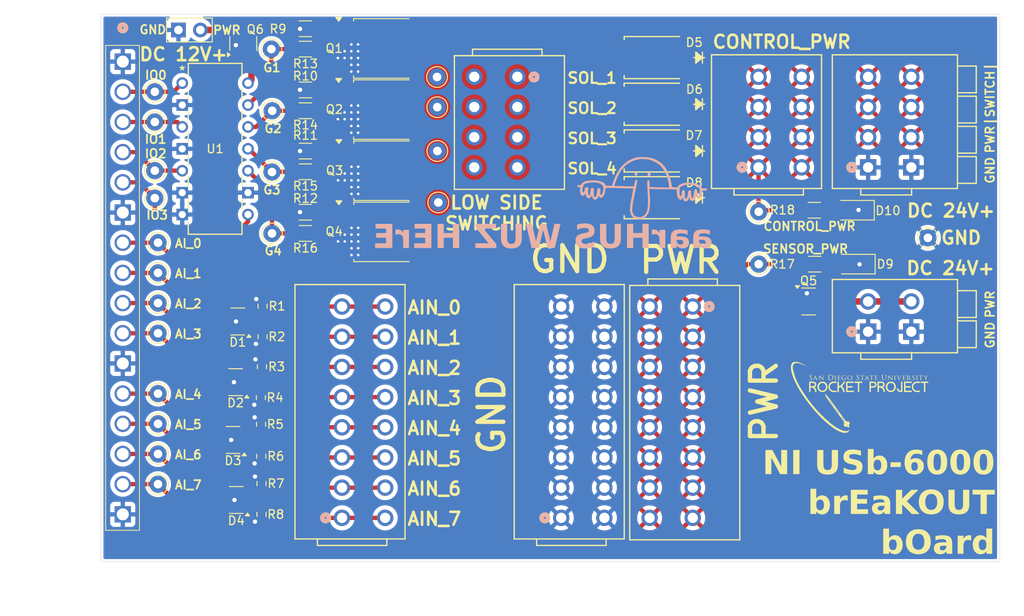
<source format=kicad_pcb>
(kicad_pcb (version 20241229) (generator "pcbnew") (generator_version "9.0")
  (layers (0 "F.Cu" signal) (2 "B.Cu" signal) (13 "F.Paste" user) (15 "B.Paste" user) (5 "F.SilkS" user "F.Silkscreen") (7 "B.SilkS" user "B.Silkscreen") (1 "F.Mask" user) (3 "B.Mask" user) (25 "Edge.Cuts" user))
  (net 0 "")
  (net 1 "AIN_0")
  (net 2 "AIN_1")
  (net 3 "GND")
  (net 4 "AIN_2")
  (net 5 "AIN_3")
  (net 6 "AIN_4")
  (net 7 "AIN_5")
  (net 8 "AIN_7")
  (net 9 "AIN_6")
  (net 10 "CONTROL_PWR")
  (net 11 "DRAIN_1")
  (net 12 "DRAIN_2")
  (net 13 "DRAIN_3")
  (net 14 "DRAIN_4")
  (net 15 "Net-(D9-A)")
  (net 16 "Net-(D10-A)")
  (net 17 "PFIO_2")
  (net 18 "PFIO_0")
  (net 19 "PFIO_1")
  (net 20 "PFIO_3")
  (net 21 "SENSOR_PWR")
  (net 22 "/SW")
  (net 23 "Net-(Q1-G)")
  (net 24 "Net-(Q2-G)")
  (net 25 "Net-(Q3-G)")
  (net 26 "Net-(Q4-G)")
  (net 27 "GATE_1")
  (net 28 "GATE_2")
  (net 29 "GATE_3")
  (net 30 "GATE_4")
  (net 31 "+12V")
  (net 32 "Net-(J5-2_1)")
  (net 33 "Net-(J9-Pin_2)")
  (footprint "TestPoint:TestPoint_THTPad_D2.0mm_Drill1.0mm" (layer "F.Cu") (at 64.355 32.699996)
    (property "Reference" "TP20" (hide yes))
    (property "Value" "TestPoint")
  )
  (footprint "WAGO_2601_3108:CONN8_2601-3108_WAG" (layer "F.Cu") (at 93.98 59.319995 -90)
    (property "Reference" "J3" (hide yes))
    (property "Value" "PWR_CONN")
  )
  (footprint "Package_TO_SOT_SMD:SOT-23-3" (layer "F.Cu") (at 107.4 58.73)
    (property "Reference" "Q5")
    (property "Value" "DMP3099L")
  )
  (footprint "Package_TO_SOT_SMD:SOT-23-3" (layer "F.Cu") (at 41.2625 61.05 180)
    (property "Reference" "D1")
    (property "Value" "SZMMBZ12VALT1G")
  )
  (footprint "TestPoint:TestPoint_THTPad_D2.0mm_Drill1.0mm" (layer "F.Cu") (at 45.255 36.615)
    (property "Reference" "TP17" (hide yes))
    (property "Value" "TestPoint")
  )
  (footprint "Resistor_SMD:R_0603_1608Metric" (layer "F.Cu") (at 43.9625 72.975 90)
    (property "Reference" "R5")
    (property "Value" "500")
  )
  (footprint "WAGO_2601_1104:CONN4_2601-1104_WAG" (layer "F.Cu") (at 114.3 43.18 90)
    (property "Reference" "J6" (hide yes))
    (property "Value" "CONTROL_PWR_IN")
  )
  (footprint "Resistor_SMD:R_0603_1608Metric" (layer "F.Cu") (at 44.0125 83.425 -90)
    (property "Reference" "R8")
    (property "Value" "500")
  )
  (footprint "TestPoint:TestPoint_THTPad_D2.0mm_Drill1.0mm" (layer "F.Cu") (at 32.025 69.4161)
    (property "Reference" "TP8" (hide yes))
    (property "Value" "TestPoint")
  )
  (footprint "TestPoint:TestPoint_THTPad_D2.0mm_Drill1.0mm" (layer "F.Cu") (at 64.38 36.199999)
    (property "Reference" "TP21" (hide yes))
    (property "Value" "TestPoint")
  )
  (footprint "Resistor_SMD:R_1206_3216Metric" (layer "F.Cu") (at 49.105 34.199167)
    (property "Reference" "R10")
    (property "Value" "10k")
  )
  (footprint "TestPoint:TestPoint_THTPad_D2.0mm_Drill1.0mm" (layer "F.Cu") (at 31.65 46.75)
    (property "Reference" "TP15" (hide yes))
    (property "Value" "TestPoint")
  )
  (footprint "TestPoint:TestPoint_THTPad_D2.0mm_Drill1.0mm" (layer "F.Cu") (at 101.625 48.325)
    (property "Reference" "TP3" (hide yes))
    (property "Value" "TestPoint")
  )
  (footprint "2601_3104:CONN4_2601-3104_WAG" (layer "F.Cu") (at 73.66 32.679996 -90)
    (property "Reference" "J8" (hide yes))
    (property "Value" "DIO_IN")
  )
  (footprint "WAGO_2601_3108:CONN8_2601-3108_WAG" (layer "F.Cu") (at 78.74 83.82 90)
    (property "Reference" "J4" (hide yes))
    (property "Value" "GND_CONN")
  )
  (footprint "Package_TO_SOT_SMD:SOT-23-3" (layer "F.Cu") (at 41.9 28.82 90)
    (property "Reference" "Q6")
    (property "Value" "DMP3099L")
  )
  (footprint "Package_TO_SOT_SMD:SOT-23-3" (layer "F.Cu") (at 41.0875 81.75 180)
    (property "Reference" "D4")
    (property "Value" "SZMMBZ12VALT1G")
  )
  (footprint "TestPoint:TestPoint_THTPad_D2.0mm_Drill1.0mm" (layer "F.Cu") (at 31.65 37.9161)
    (property "Reference" "TP13" (hide yes))
    (property "Value" "TestPoint")
  )
  (footprint "Package_TO_SOT_SMD:SOT-23-3" (layer "F.Cu") (at 40.7125 74.7875 180)
    (property "Reference" "D3")
    (property "Value" "SZMMBZ12VALT1G")
  )
  (footprint "Resistor_SMD:R_0603_1608Metric" (layer "F.Cu") (at 44.0625 66.3 90)
    (property "Reference" "R3")
    (property "Value" "500")
  )
  (footprint "TestPoint:TestPoint_THTPad_D2.0mm_Drill1.0mm" (layer "F.Cu") (at 32.025 62.416102)
    (property "Reference" "TP7" (hide yes))
    (property "Value" "TestPoint")
  )
  (footprint "TestPoint:TestPoint_THTPad_D2.0mm_Drill1.0mm" (layer "F.Cu") (at 45.23 50.84)
    (property "Reference" "TP19" (hide yes))
    (property "Value" "TestPoint")
  )
  (footprint "Resistor_SMD:R_0603_1608Metric" (layer "F.Cu") (at 44.0125 79.85 90)
    (property "Reference" "R7")
    (property "Value" "500")
  )
  (footprint "TestPoint:TestPoint_THTPad_D2.0mm_Drill1.0mm" (layer "F.Cu") (at 32.025 51.916102)
    (property "Reference" "TP4" (hide yes))
    (property "Value" "TestPoint")
  )
  (footprint "LOGO:RP_Logo" (layer "F.Cu") (at 113.31 69.85)
    (property "Reference" "G***" (hide yes))
    (property "Value" "LOGO" (hide yes))
  )
  (footprint "Package_TO_SOT_SMD:TO-252-2" (layer "F.Cu") (at 57.995 29.3875)
    (property "Reference" "Q1")
    (property "Value" "GSFD6016")
  )
  (footprint "Resistor_SMD:R_0603_1608Metric" (layer "F.Cu") (at 44.1375 62.825 -90)
    (property "Reference" "R2")
    (property "Value" "500")
  )
  (footprint "FSV15100V:TO-277-3LD_ONS" (layer "F.Cu") (at 89.2316 30.45 -90)
    (property "Reference" "D5")
    (property "Value" "FSV15100V")
  )
  (footprint "FSV15100V:TO-277-3LD_ONS" (layer "F.Cu") (at 89.2267 35.86 -90)
    (property "Reference" "D6")
    (property "Value" "FSV15100V")
  )
  (footprint "MIC4469YN:PDIP-14_MCL" (layer "F.Cu") (at 34.83 33.41)
    (property "Reference" "U1")
    (property "Value" "MIC4469YN")
  )
  (footprint "TestPoint:TestPoint_THTPad_D2.0mm_Drill1.0mm" (layer "F.Cu") (at 31.65 34.416102)
    (property "Reference" "TP12" (hide yes))
    (property "Value" "TestPoint")
  )
  (footprint "WAGO_2601_3108:CONN8_2601-3108_WAG" (layer "F.Cu") (at 53.34 83.82 90)
    (property "Reference" "J2" (hide yes))
    (property "Value" "AIN_CONN")
  )
  (footprint "TestPoint:TestPoint_THTPad_D2.0mm_Drill1.0mm" (layer "F.Cu") (at 45.23 43.715)
    (property "Reference" "TP18" (hide yes))
    (property "Value" "TestPoint")
  )
  (footprint "Connector_PinHeader_2.54mm:PinHeader_1x02_P2.54mm_Vertical" (layer "F.Cu") (at 34.39 27.25 90)
    (property "Reference" "J9" (hide yes))
    (property "Value" "12V+_IN")
  )
  (footprint "Package_TO_SOT_SMD:TO-252-2" (layer "F.Cu") (at 57.995 36.479167)
    (property "Reference" "Q2")
    (property "Value" "GSFD6016")
  )
  (footprint "Resistor_SMD:R_0603_1608Metric" (layer "F.Cu") (at 43.9375 69.875 -90)
    (property "Reference" "R4")
    (property "Value" "500")
  )
  (footprint "TestPoint:TestPoint_THTPad_D2.0mm_Drill1.0mm" (layer "F.Cu") (at 32.025 76.4161)
    (property "Reference" "TP10" (hide yes))
    (property "Value" "TestPoint")
  )
  (footprint "Resistor_SMD:R_1206_3216Metric" (layer "F.Cu") (at 49.105 36.615)
    (property "Reference" "R14")
    (property "Value" "10")
  )
  (footprint "TestPoint:TestPoint_THTPad_D2.0mm_Drill1.0mm" (layer "F.Cu") (at 32.025 79.916102)
    (property "Reference" "TP11" (hide yes))
    (property "Value" "TestPoint")
  )
  (footprint "Resistor_SMD:R_0603_1608Metric" (layer "F.Cu") (at 44.1375 59.275 90)
    (property "Reference" "R1")
    (property "Value" "500")
  )
  (footprint "Resistor_SMD:R_1206_3216Metric" (layer "F.Cu") (at 108.0625 48.15)
    (property "Reference" "R18")
    (property "Value" "2k")
  )
  (footprint "WAGO_2601_1102:CONN2_2601-1102_WAG" (layer "F.Cu") (at 114.3 62.23 90)
    (property "Reference" "J5" (hide yes))
    (property "Value" "AIN_PWR_IN")
  )
  (footprint "FSV15100V:TO-277-3LD_ONS" (layer "F.Cu") (at 89.2316 46.7 -90)
    (property "Reference" "D8")
    (property "Value" "FSV15100V")
  )
  (footprint "Resistor_SMD:R_1206_3216Metric" (layer "F.Cu") (at 49.105 48.3825)
    (property "Reference" "R12")
    (property "Value" "10k")
  )
  (footprint "TestPoint:TestPoint_THTPad_D2.0mm_Drill1.0mm" (layer "F.Cu") (at 45.155 29.465)
    (property "Reference" "TP16" (hide yes))
    (property "Value" "TestPoint")
  )
  (footprint "759000421:3.5mmPitch01x16" (layer "F.Cu") (at 27.94 57.15 -90)
    (property "Reference" "J1" (hide yes))
    (property "Value" "NI_6000_CONN")
  )
  (footprint "2601_3104:CONN4_2601-3104_WAG" (layer "F.Cu") (at 101.6 43.18 90)
    (property "Reference" "J7" (hide yes))
    (property "Value" "CONTROL PWR")
  )
  (footprint "TestPoint:TestPoint_THTPad_D2.0mm_Drill1.0mm" (layer "F.Cu") (at 32.025 72.916102)
    (property "Reference" "TP9" (hide yes))
    (property "Value" "TestPoint")
  )
  (footprint "Resistor_SMD:R_1206_3216Metric" (layer "F.Cu") (at 49.105 50.84)
    (property "Reference" "R16")
    (property "Value" "10")
  )
  (footprint "Resistor_SMD:R_1206_3216Metric" (layer "F.Cu") (at 49.105 27.1075)
    (property "Reference" "R9")
    (property "Value" "10k")
  )
  (footprint "LED_SMD:LED_1206_3216Metric" (layer "F.Cu") (at 112.725 48.15 180)
    (property "Reference" "D10")
    (property "Value" "LED")
  )
  (footprint "FSV15100V:TO-277-3LD_ONS" (layer "F.Cu") (at 89.2316 41.275 -90)
    (property "Reference" "D7")
    (property "Value" "FSV15100V")
  )
  (footprint "Resistor_SMD:R_1206_3216Metric" (layer "F.Cu") (at 49.105 29.465)
    (property "Reference" "R13")
    (property "Value" "10")
  )
  (footprint "LED_SMD:LED_1206_3216Metric" (layer "F.Cu") (at 112.825 54.4 180)
    (property "Reference" "D9")
    (property "Value" "LED")
  )
  (footprint "TestPoint:TestPoint_THTPad_D2.0mm_Drill1.0mm" (layer "F.Cu") (at 101.625 54.4)
    (property "Reference" "TP2" (hide yes))
    (property "Value" "TestPoint")
  )
  (footprint "Resistor_SMD:R_1206_3216Metric" (layer "F.Cu") (at 49.105 43.69)
    (property "Reference" "R15")
    (property "Value" "10")
  )
  (footprint "TestPoint:TestPoint_THTPad_D2.0mm_Drill1.0mm" (layer "F.Cu") (at 64.39 41.28)
    (property "Reference" "TP22" (hide yes))
    (property "Value" "TestPoint")
  )
  (footprint "Package_TO_SOT_SMD:SOT-23-3" (layer "F.Cu") (at 41.0125 68.0875 180)
    (property "Reference" "D2")
    (property "Value" "SZMMBZ12VALT1G")
  )
  (footprint "TestPoint:TestPoint_THTPad_D2.0mm_Drill1.0mm" (layer "F.Cu") (at 32.025 55.4161)
    (property "Reference" "TP5" (hide yes))
    (property "Value" "TestPoint")
  )
  (footprint "Package_TO_SOT_SMD:TO-252-2" (layer "F.Cu") (at 58.02 43.570833)
    (property "Reference" "Q3")
    (property "Value" "GSFD6016")
  )
  (footprint "TestPoint:TestPoint_THTPad_D2.0mm_Drill1.0mm" (layer "F.Cu") (at 121.225 51.35)
    (property "Reference" "TP1" (hide yes))
    (property "Value" "TestPoint")
  )
  (footprint "TestPoint:TestPoint_THTPad_D2.0mm_Drill1.0mm" (layer "F.Cu") (at 64.5 47.25)
    (property "Reference" "TP23" (hide yes))
    (property "Value" "TestPoint")
  )
  (footprint "Resistor_SMD:R_1206_3216Metric" (layer "F.Cu") (at 108.125 54.4)
    (property "Reference" "R17")
    (property "Value" "2k")
  )
  (footprint "TestPoint:TestPoint_THTPad_D2.0mm_Drill1.0mm" (layer "F.Cu") (at 31.65 43.56)
    (property "Reference" "TP14" (hide yes))
    (property "Value" "TestPoint")
  )
  (footprint "TestPoint:TestPoint_THTPad_D2.0mm_Drill1.0mm" (layer "F.Cu") (at 32.025 58.9161)
    (property "Reference" "TP6" (hide yes))
    (property "Value" "TestPoint")
  )
  (footprint "Resistor_SMD:R_0603_1608Metric" (layer "F.Cu") (at 43.9875 76.675 -90)
    (property "Reference" "R6")
    (property "Value" "500")
  )
  (footprint "Package_TO_SOT_SMD:TO-252-2" (layer "F.Cu") (at 58.02 50.6625)
    (property "Reference" "Q4")
    (property "Value" "GSFD6016")
  )
  (footprint "Resistor_SMD:R_1206_3216Metric" (layer "F.Cu") (at 49.105 41.290833)
    (property "Reference" "R11")
    (property "Value" "10k")
  )
  (footprint "LOGO" (layer "B.Cu") (at 88.120432 45.40424 180)
    (property "Reference" "G***" (hide yes))
    (property "Value" "LOGO" (hide yes))
  )
  (gr_rect (start 25.4 25.4) (end 129.54 88.9) (stroke (width 0.05)) (fill no) (layer "Edge.Cuts"))
  (gr_text "DC 12V+" (at 29.71 30.95 0) (layer "F.SilkS") (effects (font (size 1.5 1.5) (thickness 0.3) (bold yes)) (justify left bottom)))
  (gr_text "SENSOR_PWR" (at 102.01 53.22 0) (layer "F.SilkS") (effects (font (size 1 1) (thickness 0.2) (bold yes)) (justify left bottom)))
  (gr_text "GND" (at 122.6 52.225 0) (layer "F.SilkS") (effects (font (size 1.5 1.5) (thickness 0.3) (bold yes)) (justify left bottom)))
  (gr_text "AIN_1" (at 60.775 63.815996 0) (layer "F.SilkS") (effects (font (size 1.5 1.5) (thickness 0.3) (bold yes)) (justify left bottom)))
  (gr_text "PWR" (at 129.01 41.65 90) (layer "F.SilkS") (effects (font (size 1 1) (thickness 0.2) (bold yes)) (justify left bottom)))
  (gr_text "LOW SIDE\nSWITCHING" (at 71.25 48.475 0) (layer "F.SilkS") (effects (font (size 1.5 1.5) (thickness 0.3) (bold yes))))
  (gr_text "AIN_3" (at 60.775 70.815997 0) (layer "F.SilkS") (effects (font (size 1.5 1.5) (thickness 0.3) (bold yes)) (justify left bottom)))
  (gr_text "AIN_2" (at 60.775 67.315996 0) (layer "F.SilkS") (effects (font (size 1.5 1.5) (thickness 0.3) (bold yes)) (justify left bottom)))
  (gr_text "G1" (at 44.115 32.2 0) (layer "F.SilkS") (effects (font (size 1 1) (thickness 0.2) (bold yes)) (justify left bottom)))
  (gr_text "AI_5" (at 33.875 73.580101 0) (layer "F.SilkS") (effects (font (size 1 1) (thickness 0.2) (bold yes)) (justify left bottom)))
  (gr_text "G4" (at 44.265 53.44 0) (layer "F.SilkS") (effects (font (size 1 1) (thickness 0.2) (bold yes)) (justify left bottom)))
  (gr_text "AIN_7" (at 60.775 84.816 0) (layer "F.SilkS") (effects (font (size 1.5 1.5) (thickness 0.3) (bold yes)) (justify left bottom)))
  (gr_text "AI_0" (at 33.875 52.580102 0) (layer "F.SilkS") (effects (font (size 1 1) (thickness 0.2) (bold yes)) (justify left bottom)))
  (gr_text "GND" (at 29.765 27.8 0) (layer "F.SilkS") (effects (font (size 1 1) (thickness 0.2) (bold yes)) (justify left bottom)))
  (gr_text "DC 24V+" (at 118.63 49.08 0) (layer "F.SilkS") (effects (font (size 1.5 1.5) (thickness 0.3) (bold yes)) (justify left bottom)))
  (gr_text "GND" (at 84.625 55.6 0) (layer "F.SilkS") (effects (font (size 3 3) (thickness 0.5) (bold yes)) (justify right bottom)))
  (gr_text "AI_4" (at 33.875 70.0801 0) (layer "F.SilkS") (effects (font (size 1 1) (thickness 0.2) (bold yes)) (justify left bottom)))
  (gr_text "IO1" (at 30.375 40.5 0) (layer "F.SilkS") (effects (font (size 1 1) (thickness 0.2) (bold yes)) (justify left bottom)))
  (gr_text "IO2" (at 30.375 42.175 0) (layer "F.SilkS") (effects (font (size 1 1) (thickness 0.2) (bold yes)) (justify left bottom)))
  (gr_text "CONTROL_PWR" (at 102.07 50.6 0) (layer "F.SilkS") (effects (font (size 1 1) (thickness 0.2) (bold yes)) (justify left bottom)))
  (gr_text "AI_7" (at 33.875 80.580102 0) (layer "F.SilkS") (effects (font (size 1 1) (thickness 0.2) (bold yes)) (justify left bottom)))
  (gr_text "PWR" (at 129.01 60.76 90) (layer "F.SilkS") (effects (font (size 1 1) (thickness 0.2) (bold yes)) (justify left bottom)))
  (gr_text "SOL_4" (at 79.33 44.050004 0) (layer "F.SilkS") (effects (font (size 1.25 1.25) (thickness 0.25) (bold yes)) (justify left bottom)))
  (gr_text "G3" (at 44.115 46.38 0) (layer "F.SilkS") (effects (font (size 1 1) (thickness 0.2) (bold yes)) (justify left bottom)))
  (gr_text "AI_1" (at 33.875 56.080102 0) (layer "F.SilkS") (effects (font (size 1 1) (thickness 0.2) (bold yes)) (justify left bottom)))
  (gr_text "|SWITCH|" (at 129.01 38.45 90) (layer "F.SilkS") (effects (font (size 1 1) (thickness 0.2) (bold yes)) (justify left bottom)))
  (gr_text "CONTROL_PWR" (at 96.125 29.5 0) (layer "F.SilkS") (effects (font (size 1.5 1.5) (thickness 0.3) (bold yes)) (justify left bottom)))
  (gr_text "PWR" (at 97.625 55.685 0) (layer "F.SilkS") (effects (font (size 3 3) (thickness 0.5) (bold yes)) (justify right bottom)))
  (gr_text "AIN_4" (at 60.775 74.315998 0) (layer "F.SilkS") (effects (font (size 1.5 1.5) (thickness 0.3) (bold yes)) (justify left bottom)))
  (gr_text "DC 24V+" (at 118.57 55.75 0) (layer "F.SilkS") (effects (font (size 1.5 1.5) (thickness 0.3) (bold yes)) (justify left bottom)))
  (gr_text "IO3" (at 30.55 49.3 0) (layer "F.SilkS") (effects (font (size 1 1) (thickness 0.2) (bold yes)) (justify left bottom)))
  (gr_text "SOL_2" (at 79.33 37.050003 0) (layer "F.SilkS") (effects (font (size 1.25 1.25) (thickness 0.25) (bold yes)) (justify left bottom)))
  (gr_text "AI_6" (at 33.875 77.080101 0) (layer "F.SilkS") (effects (font (size 1 1) (thickness 0.2) (bold yes)) (justify left bottom)))
  (gr_text "AI_2" (at 33.875 59.580102 0) (layer "F.SilkS") (effects (font (size 1 1) (thickness 0.2) (bold yes)) (justify left bottom)))
  (gr_text "AIN_5" (at 60.775 77.815999 0) (layer "F.SilkS") (effects (font (size 1.5 1.5) (thickness 0.3) (bold yes)) (justify left bottom)))
  (gr_text "PWR" (at 38.295 27.86 0) (layer "F.SilkS") (effects (font (size 1 1) (thickness 0.2) (bold yes)) (justify left bottom)))
  (gr_text "NI USb-6000\nbrEaKOUT\nbOard" (at 129 88.46 0) (layer "F.SilkS") (effects (font (size 2.75 2.75) (thickness 0.3) (bold yes)) (justify right bottom)))
  (gr_text "GND" (at 129.01 64.28 90) (layer "F.SilkS") (effects (font (size 1 1) (thickness 0.2) (bold yes)) (justify left bottom)))
  (gr_text "IO0" (at 30.4 33.075 0) (layer "F.SilkS") (effects (font (size 1 1) (thickness 0.2) (bold yes)) (justify left bottom)))
  (gr_text "AIN_0" (at 60.775 60.315995 0) (layer "F.SilkS") (effects (font (size 1.5 1.5) (thickness 0.3) (bold yes)) (justify left bottom)))
  (gr_text "AIN_6" (at 60.775 81.315999 0) (layer "F.SilkS") (effects (font (size 1.5 1.5) (thickness 0.3) (bold yes)) (justify left bottom)))
  (gr_text "G2" (at 44.245 39.26 0) (layer "F.SilkS") (effects (font (size 1 1) (thickness 0.2) (bold yes)) (justify left bottom)))
  (gr_text "AI_3" (at 33.875 63.080102 0) (layer "F.SilkS") (effects (font (size 1 1) (thickness 0.2) (bold yes)) (justify left bottom)))
  (gr_text "PWR" (at 104 65.29 90) (layer "F.SilkS") (effects (font (size 3 3) (thickness 0.5) (bold yes)) (justify right bottom)))
  (gr_text "GND" (at 72.425 66.925 90) (layer "F.SilkS") (effects (font (size 3 3) (thickness 0.5) (bold yes)) (justify right bottom)))
  (gr_text "GND" (at 129.01 45.17 90) (layer "F.SilkS") (effects (font (size 1 1) (thickness 0.2) (bold yes)) (justify left bottom)))
  (gr_text "SOL_1" (at 79.33 33.55 0) (layer "F.SilkS") (effects (font (size 1.25 1.25) (thickness 0.25) (bold yes)) (justify left bottom)))
  (gr_text "SOL_3" (at 79.33 40.550004 0) (layer "F.SilkS") (effects (font (size 1.25 1.25) (thickness 0.25) (bold yes)) (justify left bottom)))
  (gr_text "aarHUS WUZ HErE" (at 56.9 53 -0) (layer "B.SilkS") (effects (font (size 2.75 2.75) (thickness 0.3) (bold yes)) (justify right bottom mirror)))
  (segment (start 42.4 60.1) (end 40.208898 60.1) (width 0.5) (layer "F.Cu") (net 1))
  (segment (start 40.208898 60.1) (end 32.025 51.916102) (width 0.5) (layer "F.Cu") (net 1))
  (segment (start 44.917505 59.319995) (end 44.1375 60.1) (width 0.5) (layer "F.Cu") (net 1))
  (segment (start 58.34 59.319995) (end 53.34 59.319995) (width 0.5) (layer "F.Cu") (net 1))
  (segment (start 27.94 51.916102) (end 32.025 51.916102) (width 0.5) (layer "F.Cu") (net 1))
  (segment (start 42.4 60.1) (end 44.1375 60.1) (width 0.5) (layer "F.Cu") (net 1))
  (segment (start 53.34 59.319995) (end 44.917505 59.319995) (width 0.5) (layer "F.Cu") (net 1))
  (segment (start 42.4 62) (end 44.1375 62) (width 0.5) (layer "F.Cu") (net 2))
  (segment (start 44.957496 62.819996) (end 44.1375 62) (width 0.5) (layer "F.Cu") (net 2))
  (segment (start 42.4 62) (end 38.6089 62) (width 0.5) (layer "F.Cu") (net 2))
  (segment (start 53.34 62.819996) (end 44.957496 62.819996) (width 0.5) (layer "F.Cu") (net 2))
  (segment (start 27.94 55.4161) (end 32.025 55.4161) (width 0.5) (layer "F.Cu") (net 2))
  (segment (start 58.34 62.819996) (end 53.34 62.819996) (width 0.5) (layer "F.Cu") (net 2))
  (segment (start 38.6089 62) (end 32.025 55.4161) (width 0.5) (layer "F.Cu") (net 2))
  (segment (start 43.265 79.025) (end 43.26 79.03) (width 0.5) (layer "F.Cu") (net 3))
  (segment (start 43.22 77.5) (end 43.21 77.51) (width 0.5) (layer "F.Cu") (net 3))
  (segment (start 47.6425 27.1075) (end 48.4675 27.1075) (width 0.5) (layer "F.Cu") (net 3))
  (segment (start 39.875 68.0875) (end 40.82 68.0875) (width 0.5) (layer "F.Cu") (net 3))
  (segment (start 43.27 84.25) (end 43.26 84.26) (width 0.5) (layer "F.Cu") (net 3))
  (segment (start 40.125 61.05) (end 41.06 61.05) (width 0.5) (layer "F.Cu") (net 3))
  (segment (start 113.22 48.15) (end 113.19 48.12) (width 0.5) (layer "F.Cu") (net 3))
  (segment (start 48.460833 34.199167) (end 48.47 34.19) (width 0.5) (layer "F.Cu") (net 3))
  (segment (start 43.345 65.475) (end 43.31 65.44) (width 0.5) (layer "F.Cu") (net 3))
  (segment (start 114.225 54.4) (end 113.32 54.4) (width 0.5) (layer "F.Cu") (net 3))
  (segment (start 43.9375 70.7) (end 43.19 70.7) (width 0.5) (layer "F.Cu") (net 3))
  (segment (start 44.0125 79.025) (end 43.265 79.025) (width 0.5) (layer "F.Cu") (net 3))
  (segment (start 44.1375 63.65) (end 43.37 63.65) (width 0.5) (layer "F.Cu") (net 3))
  (segment (start 39.95 81.75) (end 40.88 81.75) (width 0.5) (layer "F.Cu") (net 3))
  (segment (start 44.0625 65.475) (end 43.345 65.475) (width 0.5) (layer "F.Cu") (net 3))
  (segment (start 47.6425 34.199167) (end 48.460833 34.199167) (width 0.5) (layer "F.Cu") (net 3))
  (segment (start 48.479167 41.290833) (end 48.48 41.29) (width 0.5) (layer "F.Cu") (net 3))
  (segment (start 48.4575 48.3825) (end 48.47 48.37) (width 0.5) (layer "F.Cu") (net 3))
  (segment (start 47.6425 48.3825) (end 48.4575 48.3825) (width 0.5) (layer "F.Cu") (net 3))
  (segment (start 113.32 54.4) (end 113.3 54.42) (width 0.5) (layer "F.Cu") (net 3))
  (segment (start 114.125 48.15) (end 113.22 48.15) (width 0.5) (layer "F.Cu") (net 3))
  (segment (start 44.1375 58.45) (end 43.4 58.45) (width 0.5) (layer "F.Cu") (net 3))
  (segment (start 106.2625 57.78) (end 107.2 57.78) (width 0.75) (layer "F.Cu") (net 3))
  (segment (start 39.575 74.7875) (end 40.5 74.7875) (width 0.5) (layer "F.Cu") (net 3))
  (segment (start 43.19 70.7) (end 43.18 70.71) (width 0.5) (layer "F.Cu") (net 3))
  (segment (start 43.9625 72.15) (end 43.23 72.15) (width 0.5) (layer "F.Cu") (net 3))
  (segment (start 43.23 72.15) (end 43.22 72.16) (width 0.5) (layer "F.Cu") (net 3))
  (segment (start 44.0125 84.25) (end 43.27 84.25) (width 0.5) (layer "F.Cu") (net 3))
  (segment (start 43.9875 77.5) (end 43.22 77.5) (width 0.5) (layer "F.Cu") (net 3))
  (segment (start 48.4675 27.1075) (end 48.48 27.12) (width 0.5) (layer "F.Cu") (net 3))
  (segment (start 47.6425 41.290833) (end 48.479167 41.290833) (width 0.5) (layer "F.Cu") (net 3))
  (via (at 107.2 57.78) (size 1) (drill 0.5) (layers "F.Cu" "B.Cu") (net 3))
  (via (at 52.86 30.5) (size 0.7) (drill 0.3) (layers "F.Cu" "B.Cu") (net 3))
  (via (at 41.06 61.05) (size 1) (drill 0.5) (layers "F.Cu" "B.Cu") (net 3))
  (via (at 43.31 65.44) (size 1) (drill 0.5) (layers "F.Cu" "B.Cu") (net 3))
  (via (at 54.42 36.8025) (size 0.7) (drill 0.3) (layers "F.Cu" "B.Cu") (net 3))
  (via (at 53.64 37.59) (size 0.7) (drill 0.3) (layers "F.Cu" "B.Cu") (net 3))
  (via (at 48.47 34.19) (size 1) (drill 0.5) (layers "F.Cu" "B.Cu") (net 3))
  (via (at 43.26 84.26) (size 1) (drill 0.5) (layers "F.Cu" "B.Cu") (net 3))
  (via (at 55.2 29.7125) (size 0.7) (drill 0.3) (layers "F.Cu" "B.Cu") (net 3))
  (via (at 43.18 70.71) (size 1) (drill 0.5) (layers "F.Cu" "B.Cu") (net 3))
  (via (at 55.2 31.2875) (size 0.7) (drill 0.3) (layers "F.Cu" "B.Cu") (net 3))
  (via (at 54.44 52.5575) (size 0.7) (drill 0.3) (layers "F.Cu" "B.Cu") (net 3))
  (via (at 55.2 37.59) (size 0.7) (drill 0.3) (layers "F.Cu" "B.Cu") (net 3))
  (via (at 40.5 74.7875) (size 1) (drill 0.5) (layers "F.Cu" "B.Cu") (net 3))
  (via (at 54.42 39.165) (size 0.7) (drill 0.3) (layers "F.Cu" "B.Cu") (net 3))
  (via (at 55.2 39.165) (size 0.7) (drill 0.3) (layers "F.Cu" "B.Cu") (net 3))
  (via (at 53.64 29.7125) (size 0.7) (drill 0.3) (layers "F.Cu" "B.Cu") (net 3))
  (via (at 113.19 48.12) (size 1) (drill 0.5) (layers "F.Cu" "B.Cu") (net 3))
  (via (at 55.2 36.015) (size 0.7) (drill 0.3) (layers "F.Cu" "B.Cu") (net 3))
  (via (at 52.88 44.685) (size 0.7) (drill 0.3) (layers "F.Cu" "B.Cu") (net 3))
  (via (at 43.37 63.65) (size 1) (drill 0.5) (layers "F.Cu" "B.Cu") (net 3))
  (via (at 53.66 51.77) (size 0.7) (drill 0.3) (layers "F.Cu" "B.Cu") (net 3))
  (via (at 43.4 58.45) (size 1) (drill 0.5) (layers "F.Cu" "B.Cu") (net 3))
  (via (at 43.22 72.16) (size 1) (drill 0.5) (layers "F.Cu" "B.Cu") (net 3))
  (via (at 54.42 38.3775) (size 0.7) (drill 0.3) (layers "F.Cu" "B.Cu") (net 3))
  (via (at 52.88 51.77) (size 0.7) (drill 0.3) (layers "F.Cu" "B.Cu") (net 3))
  (via (at 55.2 32.075) (size 0.7) (drill 0.3) (layers "F.Cu" "B.Cu") (net 3))
  (via (at 55.22 50.195) (size 0.7) (drill 0.3) (layers "F.Cu" "B.Cu") (net 3))
  (via (at 54.44 50.9825) (size 0.7) (drill 0.3) (layers "F.Cu" "B.Cu") (net 3))
  (via (at 53.64 30.5) (size 0.7) (drill 0.3) (layers "F.Cu" "B.Cu") (net 3))
  (via (at 54.42 28.925) (size 0.7) (drill 0.3) (layers "F.Cu" "B.Cu") (net 3))
  (via (at 52.86 37.59) (size 0.7) (drill 0.3) (layers "F.Cu" "B.Cu") (net 3))
  (via (at 40.88 81.75) (size 1) (drill 0.5) (layers "F.Cu" "B.Cu") (net 3))
  (via (at 55.22 52.5575) (size 0.7) (drill 0.3) (layers "F.Cu" "B.Cu") (net 3))
  (via (at 53.66 50.9825) (size 0.7) (drill 0.3) (layers "F.Cu" "B.Cu") (net 3))
  (via (at 54.44 50.195) (size 0.7) (drill 0.3) (layers "F.Cu" "B.Cu") (net 3))
  (via (at 55.22 50.9825) (size 0.7) (drill 0.3) (layers "F.Cu" "B.Cu") (net 3))
  (via (at 55.22 53.345) (size 0.7) (drill 0.3) (layers "F.Cu" "B.Cu") (net 3))
  (via (at 54.44 43.11) (size 0.7) (drill 0.3) (layers "F.Cu" "B.Cu") (net 3))
  (via (at 54.44 46.26) (size 0.7) (drill 0.3) (layers "F.Cu" "B.Cu") (net 3))
  (via (at 55.2 30.5) (size 0.7) (drill 0.3) (layers "F.Cu" "B.Cu") (net 3))
  (via (at 55.22 43.8975) (size 0.7) (drill 0.3) (layers "F.Cu" "B.Cu") (net 3))
  (via (at 43.26 79.03) (size 1) (drill 0.5) (layers "F.Cu" "B.Cu") (net 3))
  (via (at 55.2 28.925) (size 0.7) (drill 0.3) (layers "F.Cu" "B.Cu") (net 3))
  (via (at 113.3 54.42) (size 1) (drill 0.5) (layers "F.Cu" "B.Cu") (net 3))
  (via (at 54.42 32.075) (size 0.7) (drill 0.3) (layers "F.Cu" "B.Cu") (net 3))
  (via (at 55.2 36.8025) (size 0.7) (drill 0.3) (layers "F.Cu" "B.Cu") (net 3))
  (via (at 48.48 27.12) (size 1) (drill 0.5) (layers "F.Cu" "B.Cu") (net 3))
  (via (at 54.42 37.59) (size 0.7) (drill 0.3) (layers "F.Cu" "B.Cu") (net 3))
  (via (at 40.82 68.0875) (size 1) (drill 0.5) (layers "F.Cu" "B.Cu") (net 3))
  (via (at 43.21 77.51) (size 1) (drill 0.5) (layers "F.Cu" "B.Cu") (net 3))
  (via (at 55.2 38.3775) (size 0.7) (drill 0.3) (layers "F.Cu" "B.Cu") (net 3))
  (via (at 53.64 36.8025) (size 0.7) (drill 0.3) (layers "F.Cu" "B.Cu") (net 3))
  (via (at 48.47 48.37) (size 1) (drill 0.5) (layers "F.Cu" "B.Cu") (net 3))
  (via (at 55.22 51.77) (size 0.7) (drill 0.3) (layers "F.Cu" "B.Cu") (net 3))
  (via (at 55.22 46.26) (size 0.7) (drill 0.3) (layers "F.Cu" "B.Cu") (net 3))
  (via (at 55.22 44.685) (size 0.7) (drill 0.3) (layers "F.Cu" "B.Cu") (net 3))
  (via (at 53.66 43.8975) (size 0.7) (drill 0.3) (layers "F.Cu" "B.Cu") (net 3))
  (via (at 41.04 29.01) (size 1) (drill 0.5) (layers "F.Cu" "B.Cu") (net 3))
  (via (at 54.44 53.345) (size 0.7) (drill 0.3) (layers "F.Cu" "B.Cu") (net 3))
  (via (at 54.42 31.2875) (size 0.7) (drill 0.3) (layers "F.Cu" "B.Cu") (net 3))
  (via (at 53.66 44.685) (size 0.7) (drill 0.3) (layers "F.Cu" "B.Cu") (net 3))
  (via (at 54.44 44.685) (size 0.7) (drill 0.3) (layers "F.Cu" "B.Cu") (net 3))
  (via (at 55.22 43.11) (size 0.7) (drill 0.3) (layers "F.Cu" "B.Cu") (net 3))
  (via (at 54.44 43.8975) (size 0.7) (drill 0.3) (layers "F.Cu" "B.Cu") (net 3))
  (via (at 54.42 30.5) (size 0.7) (drill 0.3) (layers "F.Cu" "B.Cu") (net 3))
  (via (at 54.44 45.4725) (size 0.7) (drill 0.3) (layers "F.Cu" "B.Cu") (net 3))
  (via (at 54.44 51.77) (size 0.7) (drill 0.3) (layers "F.Cu" "B.Cu") (net 3))
  (via (at 54.42 29.7125) (size 0.7) (drill 0.3) (layers "F.Cu" "B.Cu") (net 3))
  (via (at 48.48 41.29) (size 1) (drill 0.5) (layers "F.Cu" "B.Cu") (net 3))
  (via (at 54.42 36.015) (size 0.7) (drill 0.3) (layers "F.Cu" "B.Cu") (net 3))
  (via (at 55.22 45.4725) (size 0.7) (drill 0.3) (layers "F.Cu" "B.Cu") (net 3))
  (segment (start 44.867503 66.319997) (end 44.0625 67.125) (width 0.5) (layer "F.Cu") (net 4))
  (segment (start 40.2464 67.1375) (end 32.025 58.9161) (width 0.5) (layer "F.Cu") (net 4))
  (segment (start 42.15 67.1375) (end 40.2464 67.1375) (width 0.5) (layer "F.Cu") (net 4))
  (segment (start 44.05 67.1375) (end 44.0625 67.125) (width 0.5) (layer "F.Cu") (net 4))
  (segment (start 53.34 66.319997) (end 44.867503 66.319997) (width 0.5) (layer "F.Cu") (net 4))
  (segment (start 42.15 67.1375) (end 44.05 67.1375) (width 0.5) (layer "F.Cu") (net 4))
  (segment (start 27.94 58.9161) (end 32.025 58.9161) (width 0.5) (layer "F.Cu") (net 4))
  (segment (start 58.34 66.319997) (end 53.34 66.319997) (width 0.5) (layer "F.Cu") (net 4))
  (segment (start 53.34 69.819997) (end 44.707497 69.819997) (width 0.5) (layer "F.Cu") (net 5))
  (segment (start 53.34 69.819997) (end 58.34 69.819997) (width 0.5) (layer "F.Cu") (net 5))
  (segment (start 44.707497 69.819997) (end 43.9375 69.05) (width 0.5) (layer "F.Cu") (net 5))
  (segment (start 27.94 62.416102) (end 32.025 62.416102) (width 0.5) (layer "F.Cu") (net 5))
  (segment (start 43.925 69.0375) (end 43.9375 69.05) (width 0.5) (layer "F.Cu") (net 5))
  (segment (start 42.15 69.0375) (end 38.646398 69.0375) (width 0.5) (layer "F.Cu") (net 5))
  (segment (start 38.646398 69.0375) (end 32.025 62.416102) (width 0.5) (layer "F.Cu") (net 5))
  (segment (start 42.15 69.0375) (end 43.925 69.0375) (width 0.5) (layer "F.Cu") (net 5))
  (segment (start 53.34 73.319998) (end 58.34 73.319998) (width 0.5) (layer "F.Cu") (net 6))
  (segment (start 36.4464 73.8375) (end 32.025 69.4161) (width 0.5) (layer "F.Cu") (net 6))
  (segment (start 53.34 73.319998) (end 44.442502 73.319998) (width 0.5) (layer "F.Cu") (net 6))
  (segment (start 43.925 73.8375) (end 43.9625 73.8) (width 0.5) (layer "F.Cu") (net 6))
  (segment (start 44.442502 73.319998) (end 43.9625 73.8) (width 0.5) (layer "F.Cu") (net 6))
  (segment (start 41.85 73.8375) (end 43.925 73.8375) (width 0.5) (layer "F.Cu") (net 6))
  (segment (start 27.94 69.4161) (end 32.025 69.4161) (width 0.5) (layer "F.Cu") (net 6))
  (segment (start 41.85 73.8375) (end 36.4464 73.8375) (width 0.5) (layer "F.Cu") (net 6))
  (segment (start 53.34 76.819998) (end 58.34 76.819998) (width 0.5) (layer "F.Cu") (net 7))
  (segment (start 34.846398 75.7375) (end 32.025 72.916102) (width 0.5) (layer "F.Cu") (net 7))
  (segment (start 41.85 75.7375) (end 43.875 75.7375) (width 0.5) (layer "F.Cu") (net 7))
  (segment (start 43.875 75.7375) (end 43.9875 75.85) (width 0.5) (layer "F.Cu") (net 7))
  (segment (start 44.957498 76.819998) (end 43.9875 75.85) (width 0.5) (layer "F.Cu") (net 7))
  (segment (start 53.34 76.819998) (end 44.957498 76.819998) (width 0.5) (layer "F.Cu") (net 7))
  (segment (start 27.94 72.916102) (end 32.025 72.916102) (width 0.5) (layer "F.Cu") (net 7))
  (segment (start 41.85 75.7375) (end 34.846398 75.7375) (width 0.5) (layer "F.Cu") (net 7))
  (segment (start 43.9125 82.7) (end 44.0125 82.6) (width 0.5) (layer "F.Cu") (net 8))
  (segment (start 45.2325 83.82) (end 44.0125 82.6) (width 0.5) (layer "F.Cu") (net 8))
  (segment (start 34.808898 82.7) (end 32.025 79.916102) (width 0.5) (layer "F.Cu") (net 8))
  (segment (start 27.94 79.916102) (end 32.025 79.916102) (width 0.5) (layer "F.Cu") (net 8))
  (segment (start 53.34 83.82) (end 58.34 83.82) (width 0.5) (layer "F.Cu") (net 8))
  (segment (start 42.225 82.7) (end 43.9125 82.7) (width 0.5) (layer "F.Cu") (net 8))
  (segment (start 42.225 82.7) (end 34.808898 82.7) (width 0.5) (layer "F.Cu") (net 8))
  (segment (start 53.34 83.82) (end 45.2325 83.82) (width 0.5) (layer "F.Cu") (net 8))
  (segment (start 42.225 80.8) (end 36.4089 80.8) (width 0.5) (layer "F.Cu") (net 9))
  (segment (start 27.94 76.4161) (end 32.025 76.4161) (width 0.5) (layer "F.Cu") (net 9))
  (segment (start 44.367501 80.319999) (end 44.0125 80.675) (width 0.5) (layer "F.Cu") (net 9))
  (segment (start 42.225 80.8) (end 43.8875 80.8) (width 0.5) (layer "F.Cu") (net 9))
  (segment (start 43.8875 80.8) (end 44.0125 80.675) (width 0.5) (layer "F.Cu") (net 9))
  (segment (start 36.4089 80.8) (end 32.025 76.4161) (width 0.5) (layer "F.Cu") (net 9))
  (segment (start 53.34 80.319999) (end 44.367501 80.319999) (width 0.5) (layer "F.Cu") (net 9))
  (segment (start 53.34 80.319999) (end 58.34 80.319999) (width 0.5) (layer "F.Cu") (net 9))
  (segment (start 106.6 48.15) (end 101.8 48.15) (width 0.5) (layer "F.Cu") (net 10))
  (segment (start 101.6 43.18) (end 101.6 48.3) (width 0.5) (layer "F.Cu") (net 10))
  (segment (start 101.8 48.15) (end 101.625 48.325) (width 0.5) (layer "F.Cu") (net 10))
  (segment (start 101.6 48.3) (end 101.625 48.325) (width 0.5) (layer "F.Cu") (net 10))
  (segment (start 73.66 32.679996) (end 75.050004 32.679996) (width 3) (layer "F.Cu") (net 11))
  (segment (start 59.255 29.3875) (end 61.042504 29.3875) (width 3) (layer "F.Cu") (net 11))
  (segment (start 73.64 32.699996) (end 73.66 32.679996) (width 3) (layer "F.Cu") (net 11))
  (segment (start 61.042504 29.3875) (end 64.355 32.699996) (width 3) (layer "F.Cu") (net 11))
  (segment (start 77.16 30.57) (end 77.27 30.46) (width 3) (layer "F.Cu") (net 11))
  (segment (start 77.27 30.46) (end 83.41 30.46) (width 3) (layer "F.Cu") (net 11))
  (segment (start 64.355 32.699996) (end 73.64 32.699996) (width 3) (layer "F.Cu") (net 11))
  (segment (start 75.050004 32.679996) (end 77.16 30.57) (width 3) (layer "F.Cu") (net 11))
  (segment (start 73.66 36.179999) (end 82.890001 36.179999) (width 3) (layer "F.Cu") (net 12))
  (segment (start 59.534168 36.199999) (end 59.255 36.479167) (width 3) (layer "F.Cu") (net 12))
  (segment (start 64.38 36.199999) (end 59.534168 36.199999) (width 3) (layer "F.Cu") (net 12))
  (segment (start 73.66 36.179999) (end 64.4 36.179999) (width 3) (layer "F.Cu") (net 12))
  (segment (start 64.4 36.179999) (end 64.38 36.199999) (width 3) (layer "F.Cu") (net 12))
  (segment (start 65.99 39.68) (end 64.39 41.28) (width 3) (layer "F.Cu") (net 13))
  (segment (start 78.13 40.99) (end 78.43 41.29) (width 3) (layer "F.Cu") (net 13))
  (segment (start 73.66 39.68) (end 76.82 39.68) (width 3) (layer "F.Cu") (net 13))
  (segment (start 59.28 43.570833) (end 62.099167 43.570833) (width 3) (layer "F.Cu") (net 13))
  (segment (start 62.099167 43.570833) (end 64.39 41.28) (width 3) (layer "F.Cu") (net 13))
  (segment (start 73.66 39.68) (end 65.99 39.68) (width 3) (layer "F.Cu") (net 13))
  (segment (start 78.43 41.29) (end 83.76 41.29) (width 3) (layer "F.Cu") (net 13))
  (segment (start 76.82 39.68) (end 78.13 40.99) (width 3) (layer "F.Cu") (net 13))
  (segment (start 77.03 46.55) (end 83.17 46.55) (width 3) (layer "F.Cu") (net 14))
  (segment (start 68.57 43.18) (end 64.5 47.25) (width 3) (layer "F.Cu") (net 14))
  (segment (start 68.66 43.18) (end 68.57 43.18) (width 3) (layer "F.Cu") (net 14))
  (segment (start 59.28 50.6625) (end 61.0875 50.6625) (width 3) (layer "F.Cu") (net 14))
  (segment (start 73.66 43.18) (end 77.03 46.55) (width 3) (layer "F.Cu") (net 14))
  (segment (start 73.66 43.18) (end 68.66 43.18) (width 3) (layer "F.Cu") (net 14))
  (segment (start 61.0875 50.6625) (end 64.5 47.25) (width 3) (layer "F.Cu") (net 14))
  (segment (start 109.5875 54.4) (end 111.425 54.4) (width 0.5) (layer "F.Cu") (net 15))
  (segment (start 109.525 48.15) (end 111.325 48.15) (width 0.5) (layer "F.Cu") (net 16))
  (segment (start 34.82 43.56) (end 34.83 43.57) (width 0.5) (layer "F.Cu") (net 17))
  (segment (start 27.94 41.4161) (end 29.5061 41.4161) (width 0.5) (layer "F.Cu") (net 17))
  (segment (start 29.5061 41.4161) (end 31.65 43.56) (width 0.5) (layer "F.Cu") (net 17))
  (segment (start 31.65 43.56) (end 34.82 43.56) (width 0.5) (layer "F.Cu") (net 17))
  (segment (start 31.65 34.416102) (end 33.823898 34.416102) (width 0.5) (layer "F.Cu") (net 18))
  (segment (start 33.823898 34.416102) (end 34.83 33.41) (width 0.5) (layer "F.Cu") (net 18))
  (segment (start 27.94 34.416102) (end 31.65 34.416102) (width 0.5) (layer "F.Cu") (net 18))
  (segment (start 34.2561 37.9161) (end 34.83 38.49) (width 0.5) (layer "F.Cu") (net 19))
  (segment (start 27.94 37.9161) (end 31.65 37.9161) (width 0.5) (layer "F.Cu") (net 19))
  (segment (start 31.65 37.9161) (end 34.2561 37.9161) (width 0.5) (layer "F.Cu") (net 19))
  (segment (start 29.816102 44.916102) (end 31.65 46.75) (width 0.5) (layer "F.Cu") (net 20))
  (segment (start 34.205787 50.72) (end 41.19 50.72) (width 0.5) (layer "F.Cu") (net 20))
  (segment (start 27.94 44.916102) (end 29.816102 44.916102) (width 0.5) (layer "F.Cu") (net 20))
  (segment (start 41.19 50.72) (end 42.45 49.46) (width 0.5) (layer "F.Cu") (net 20))
  (segment (start 31.65 46.75) (end 31.65 48.164213) (width 0.5) (layer "F.Cu") (net 20))
  (segment (start 42.45 49.46) (end 42.45 48.65) (width 0.5) (layer "F.Cu") (net 20))
  (segment (start 31.65 48.164213) (end 34.205787 50.72) (width 0.5) (layer "F.Cu") (net 20))
  (segment (start 101.625 54.4) (end 100.32 54.4) (width 0.5) (layer "F.Cu") (net 21))
  (segment (start 99.1175 55.6025) (end 99.1175 56.9075) (width 0.5) (layer "F.Cu") (net 21))
  (segment (start 101.625 54.4) (end 106.6625 54.4) (width 0.5) (layer "F.Cu") (net 21))
  (segment (start 100.32 54.4) (end 99.1175 55.6025) (width 0.5) (layer "F.Cu") (net 21))
  (segment (start 47.6425 29.465) (end 45.155 29.465) (width 0.5) (layer "F.Cu") (net 27))
  (segment (start 42.45 35.95) (end 45.155 33.245) (width 0.5) (layer "F.Cu") (net 27))
  (segment (start 45.155 33.245) (end 45.155 29.465) (width 0.5) (layer "F.Cu") (net 27))
  (segment (start 42.45 38.49) (end 43.38 38.49) (width 0.5) (layer "F.Cu") (net 28))
  (segment (start 47.6425 36.615) (end 45.255 36.615) (width 0.5) (layer "F.Cu") (net 28))
  (segment (start 43.38 38.49) (end 45.255 36.615) (width 0.5) (layer "F.Cu") (net 28))
  (segment (start 42.45 41.03) (end 42.545 41.03) (width 0.5) (layer "F.Cu") (net 29))
  (segment (start 47.6425 43.69) (end 45.255 43.69) (width 0.5) (layer "F.Cu") (net 29))
  (segment (start 42.545 41.03) (end 45.23 43.715) (width 0.5) (layer "F.Cu") (net 29))
  (segment (start 45.255 43.69) (end 45.23 43.715) (width 0.5) (layer "F.Cu") (net 29))
  (segment (start 45.23 46.35) (end 45.23 50.84) (width 0.5) (layer "F.Cu") (net 30))
  (segment (start 47.6425 50.84) (end 45.23 50.84) (width 0.5) (layer "F.Cu") (net 30))
  (segment (start 42.45 43.57) (end 45.23 46.35) (width 0.5) (layer "F.Cu") (net 30))
  (segment (start 42.85 29.9575) (end 42.85 33.01) (width 0.75) (layer "F.Cu") (net 31))
  (segment (start 42.85 33.01) (end 42.45 33.41) (width 0.75) (layer "F.Cu") (net 31))
  (segment (start 119.3 58.73) (end 114.3 58.73) (width 0.75) (layer "F.Cu") (net 32))
  (segment (start 108.5375 58.73) (end 114.3 58.73) (width 0.75) (layer "F.Cu") (net 32))
  (segment (start 41.4675 27.25) (end 41.9 27.6825) (width 0.75) (layer "F.Cu") (net 33))
  (segment (start 36.93 27.25) (end 41.4675 27.25) (width 0.75) (layer "F.Cu") (net 33))
  (zone (net 25) (net_name "Net-(Q3-G)") (layer "F.Cu") (priority 6) (connect_pads yes (clearance 0.5)) (min_thickness 0.25) (fill yes (thermal_gap 0.5) (thermal_bridge_width 3.5))
    (polygon (pts (xy 49.815 40.205) (xy 54.265 40.205) (xy 54.265 41.805) (xy 51.305 44.765) (xy 49.805 44.765) (xy 49.805 40.215)))
  )
  (zone (net 10) (net_name "CONTROL_PWR") (layer "F.Cu") (priority 3) (connect_pads (clearance 0.5)) (min_thickness 0.25) (fill yes (thermal_gap 0.5) (thermal_bridge_width 0.5))
    (polygon (pts (xy 93.719757 28.182862) (xy 119.659636 28.217646) (xy 122.080615 30.488655) (xy 122.091172 34.139908) (xy 110.177886 34.140814) (xy 108.82624 35.470833) (xy 108.87624 45.720833) (xy 97.62624 45.650832) (xy 93.804463 49.160833) (xy 93.598497 49.160833)))
  )
  (zone (net 3) (net_name "GND") (layer "F.Cu") (priority 7) (connect_pads yes (clearance 0.5)) (min_thickness 0.25) (fill yes (thermal_gap 0.5) (thermal_bridge_width 3.5))
    (polygon (pts (xy 51.68 46.65) (xy 55.4 46.65) (xy 55.57 46.48) (xy 55.57 42.82) (xy 55.39 42.64) (xy 54.3 42.64) (xy 51.68 45.26)))
  )
  (zone (net 10) (net_name "CONTROL_PWR") (layer "F.Cu") (priority 4) (connect_pads (clearance 0.5)) (min_thickness 0.25) (fill yes (thermal_gap 0.5) (thermal_bridge_width 3.5))
    (polygon (pts (xy 94.314292 28.161375) (xy 90.11 28.161375) (xy 90.11 49.1384) (xy 93.786344 49.1384) (xy 94.314292 48.610452)))
  )
  (zone (net 3) (net_name "GND") (layer "F.Cu") (priority 7) (connect_pads yes (clearance 0.5)) (min_thickness 0.25) (fill yes (thermal_gap 0.5) (thermal_bridge_width 3.5))
    (polygon (pts (xy 51.66 32.465) (xy 55.38 32.465) (xy 55.55 32.295) (xy 55.55 28.635) (xy 55.37 28.455) (xy 54.28 28.455) (xy 51.66 31.075)))
  )
  (zone (net 14) (net_name "DRAIN_4") (layer "F.Cu") (priority 5) (connect_pads yes (clearance 0.5)) (min_thickness 0.25) (fill yes (thermal_gap 0.5) (thermal_bridge_width 3.5))
    (polygon (pts (xy 87.15 44.41) (xy 87.15 49.01) (xy 83.35 49.01) (xy 82.3 48.05) (xy 82.3 45.06) (xy 82.96 44.42)))
  )
  (zone (net 21) (net_name "SENSOR_PWR") (layer "F.Cu") (priority 1) (connect_pads (clearance 0.5)) (min_thickness 0.25) (fill yes (thermal_gap 0.5) (thermal_bridge_width 0.5))
    (polygon (pts (xy 104.847404 60.548097) (xy 99.01 60.55) (xy 96.414548 63.04273) (xy 96.446108 86.312831) (xy 86.8 86.29) (xy 86.719616 56.77894) (xy 104.84 56.84)))
  )
  (zone (net 26) (net_name "Net-(Q4-G)") (layer "F.Cu") (priority 6) (connect_pads yes (clearance 0.5)) (min_thickness 0.25) (fill yes (thermal_gap 0.5) (thermal_bridge_width 3.5))
    (polygon (pts (xy 49.815 47.345) (xy 54.265 47.345) (xy 54.265 48.945) (xy 51.305 51.905) (xy 49.805 51.905) (xy 49.805 47.355)))
  )
  (zone (net 3) (net_name "GND") (layer "F.Cu") (priority 7) (connect_pads yes (clearance 0.5)) (min_thickness 0.25) (fill yes (thermal_gap 0.5) (thermal_bridge_width 3.5))
    (polygon (pts (xy 51.66 39.555) (xy 55.38 39.555) (xy 55.55 39.385) (xy 55.55 35.725) (xy 55.37 35.545) (xy 54.28 35.545) (xy 51.66 38.165)))
  )
  (zone (net 13) (net_name "DRAIN_3") (layer "F.Cu") (priority 5) (connect_pads yes (clearance 0.5)) (min_thickness 0.25) (fill yes (thermal_gap 0.5) (thermal_bridge_width 3.5))
    (polygon (pts (xy 87.16 38.97) (xy 87.16 43.57) (xy 83.04 43.57) (xy 82.31 42.79) (xy 82.31 39.79) (xy 83.07 38.97)))
  )
  (zone (net 23) (net_name "Net-(Q1-G)") (layer "F.Cu") (priority 6) (connect_pads yes (clearance 0.5)) (min_thickness 0.25) (fill yes (thermal_gap 0.5) (thermal_bridge_width 3.5))
    (polygon (pts (xy 49.815 25.975) (xy 54.265 25.975) (xy 54.265 27.575) (xy 51.305 30.535) (xy 49.805 30.535) (xy 49.805 25.985)))
  )
  (zone (net 12) (net_name "DRAIN_2") (layer "F.Cu") (priority 5) (connect_pads yes (clearance 0.5)) (min_thickness 0.25) (fill yes (thermal_gap 0.5) (thermal_bridge_width 3.5))
    (polygon (pts (xy 87.13 33.89) (xy 87.13 38.49) (xy 83.07 38.47) (xy 82.28 37.68) (xy 82.28 34.68) (xy 83.11 33.9)))
  )
  (zone (net 21) (net_name "SENSOR_PWR") (layer "F.Cu") (priority 8) (connect_pads yes (clearance 0.5)) (min_thickness 0.25) (fill yes (thermal_gap 0.5) (thermal_bridge_width 0.5))
    (polygon (pts (xy 104.37 56.84) (xy 104.94 56.84) (xy 104.93 58.76) (xy 105.35 59.18) (xy 107.13 59.18) (xy 107.13 60.55) (xy 104.16 60.55) (xy 104.16 57.05)))
  )
  (zone (net 22) (net_name "/SW") (layer "F.Cu") (priority 2) (connect_pads (clearance 0.5)) (min_thickness 0.25) (fill yes (thermal_gap 0.5) (thermal_bridge_width 0.5))
    (polygon (pts (xy 112.139813 34.66) (xy 121.55 34.66) (xy 121.55 41.545389) (xy 112.161114 41.486561)))
  )
  (zone (net 3) (net_name "GND") (layer "F.Cu") (priority 7) (connect_pads yes (clearance 0.5)) (min_thickness 0.25) (fill yes (thermal_gap 0.5) (thermal_bridge_width 3.5))
    (polygon (pts (xy 51.68 53.735) (xy 55.4 53.735) (xy 55.57 53.565) (xy 55.57 49.905) (xy 55.39 49.725) (xy 54.3 49.725) (xy 51.68 52.345)))
  )
  (zone (net 24) (net_name "Net-(Q2-G)") (layer "F.Cu") (priority 6) (connect_pads yes (clearance 0.5)) (min_thickness 0.25) (fill yes (thermal_gap 0.5) (thermal_bridge_width 3.5))
    (polygon (pts (xy 49.81 33.13) (xy 54.26 33.13) (xy 54.26 34.73) (xy 51.3 37.69) (xy 49.8 37.69) (xy 49.8 33.14)))
  )
  (zone (net 11) (net_name "DRAIN_1") (layer "F.Cu") (priority 5) (connect_pads yes (clearance 0.5)) (min_thickness 0.25) (fill yes (thermal_gap 0.5) (thermal_bridge_width 3.5))
    (polygon (pts (xy 87.15 28.15) (xy 87.15 32.75) (xy 83.319996 32.757897) (xy 82.31 31.96) (xy 82.31 28.96) (xy 83.32 28.12)))
  )
  (zone (net 3) (net_name "GND") (layer "B.Cu") (connect_pads (clearance 0.5)) (min_thickness 0.25) (fill yes (thermal_gap 0.5) (thermal_bridge_width 0.5))
    (polygon (pts (xy 24.75 24.225) (xy 132.362698 23.772251) (xy 131.417404 91.659309) (xy 17.75 95.2)))
  )
)
</source>
